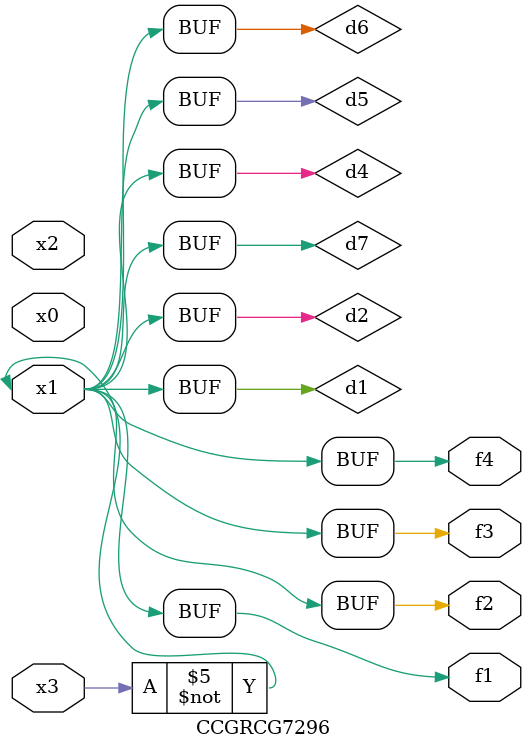
<source format=v>
module CCGRCG7296(
	input x0, x1, x2, x3,
	output f1, f2, f3, f4
);

	wire d1, d2, d3, d4, d5, d6, d7;

	not (d1, x3);
	buf (d2, x1);
	xnor (d3, d1, d2);
	nor (d4, d1);
	buf (d5, d1, d2);
	buf (d6, d4, d5);
	nand (d7, d4);
	assign f1 = d6;
	assign f2 = d7;
	assign f3 = d6;
	assign f4 = d6;
endmodule

</source>
